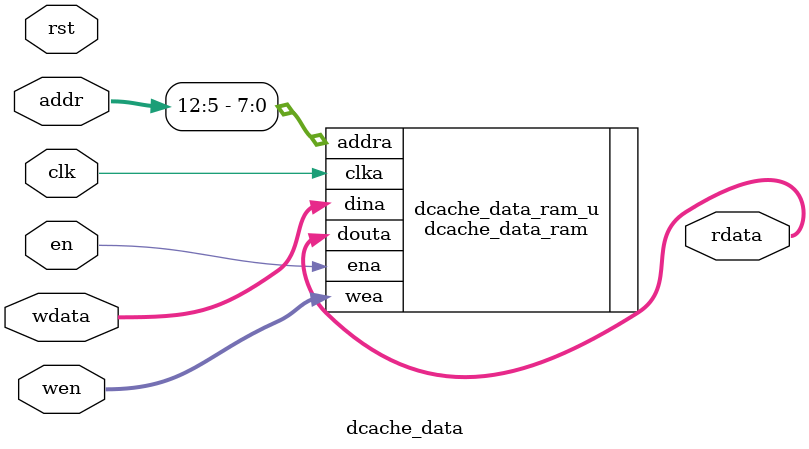
<source format=v>
`timescale 1ns / 1ps
module dcache_data
(
    input          clk,
    input          rst,
    input          en,
    input   [3:0] wen,
    input   [31:0] wdata,
    input   [31:0] addr,
    output  [31:0] rdata
);

dcache_data_ram dcache_data_ram_u
(
    .clka  (clk            ),   
//    .rsta   (rst        ),
    .ena   (en        ),
    .wea   (wen       ),   //3:0 //TBD
    .addra (addr[12:5]),   //17:0
    .dina  (wdata     ),   //31:0
    .douta (rdata     )    //31:0
);


endmodule
</source>
